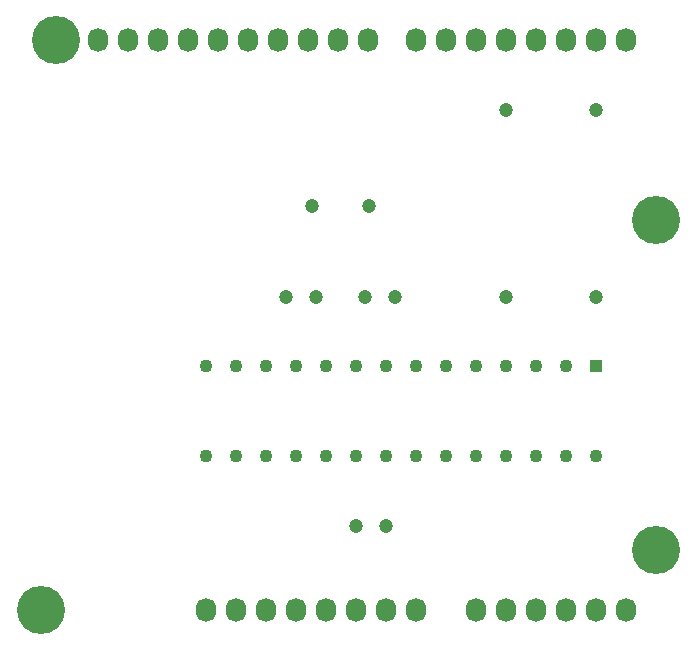
<source format=gbr>
%TF.GenerationSoftware,KiCad,Pcbnew,6.0.0-d3dd2cf0fa~116~ubuntu21.10.1*%
%TF.CreationDate,2022-01-02T17:21:39-05:00*%
%TF.ProjectId,ardustack-mcu,61726475-7374-4616-936b-2d6d63752e6b,rev?*%
%TF.SameCoordinates,Original*%
%TF.FileFunction,Soldermask,Top*%
%TF.FilePolarity,Negative*%
%FSLAX46Y46*%
G04 Gerber Fmt 4.6, Leading zero omitted, Abs format (unit mm)*
G04 Created by KiCad (PCBNEW 6.0.0-d3dd2cf0fa~116~ubuntu21.10.1) date 2022-01-02 17:21:39*
%MOMM*%
%LPD*%
G01*
G04 APERTURE LIST*
%ADD10O,1.727200X2.032000*%
%ADD11C,4.064000*%
%ADD12C,1.200000*%
%ADD13R,1.100000X1.100000*%
%ADD14C,1.100000*%
%ADD15C,1.205000*%
G04 APERTURE END LIST*
D10*
%TO.C,P1*%
X138938000Y-123825000D03*
X141478000Y-123825000D03*
X144018000Y-123825000D03*
X146558000Y-123825000D03*
X149098000Y-123825000D03*
X151638000Y-123825000D03*
X154178000Y-123825000D03*
X156718000Y-123825000D03*
%TD*%
%TO.C,P2*%
X161798000Y-123825000D03*
X164338000Y-123825000D03*
X166878000Y-123825000D03*
X169418000Y-123825000D03*
X171958000Y-123825000D03*
X174498000Y-123825000D03*
%TD*%
%TO.C,P3*%
X129794000Y-75565000D03*
X132334000Y-75565000D03*
X134874000Y-75565000D03*
X137414000Y-75565000D03*
X139954000Y-75565000D03*
X142494000Y-75565000D03*
X145034000Y-75565000D03*
X147574000Y-75565000D03*
X150114000Y-75565000D03*
X152654000Y-75565000D03*
%TD*%
%TO.C,P4*%
X156718000Y-75565000D03*
X159258000Y-75565000D03*
X161798000Y-75565000D03*
X164338000Y-75565000D03*
X166878000Y-75565000D03*
X169418000Y-75565000D03*
X171958000Y-75565000D03*
X174498000Y-75565000D03*
%TD*%
D11*
%TO.C,P5*%
X124968000Y-123825000D03*
%TD*%
%TO.C,P6*%
X177038000Y-118745000D03*
%TD*%
%TO.C,P7*%
X126238000Y-75565000D03*
%TD*%
%TO.C,P8*%
X177038000Y-90805000D03*
%TD*%
D12*
%TO.C,R1*%
X172010000Y-97400000D03*
X172010000Y-81500000D03*
%TD*%
%TO.C,R2*%
X164390000Y-97400000D03*
X164390000Y-81500000D03*
%TD*%
D13*
%TO.C,J1*%
X172010000Y-103190000D03*
D14*
X169470000Y-103190000D03*
X166930000Y-103190000D03*
X164390000Y-103190000D03*
X161850000Y-103190000D03*
X159310000Y-103190000D03*
X156770000Y-103190000D03*
X154230000Y-103190000D03*
X151690000Y-103190000D03*
X149150000Y-103190000D03*
X146610000Y-103190000D03*
X144070000Y-103190000D03*
X141530000Y-103190000D03*
X138990000Y-103190000D03*
X138990000Y-110810000D03*
X141530000Y-110810000D03*
X144070000Y-110810000D03*
X146610000Y-110810000D03*
X149150000Y-110810000D03*
X151690000Y-110810000D03*
X154230000Y-110810000D03*
X156770000Y-110810000D03*
X159310000Y-110810000D03*
X161850000Y-110810000D03*
X164390000Y-110810000D03*
X166930000Y-110810000D03*
X169470000Y-110810000D03*
X172010000Y-110810000D03*
%TD*%
D12*
%TO.C,C3*%
X148250000Y-97400000D03*
X145750000Y-97400000D03*
%TD*%
%TO.C,C2*%
X152450000Y-97400000D03*
X154950000Y-97400000D03*
%TD*%
D15*
%TO.C,Y1*%
X152790000Y-89700000D03*
X147910000Y-89700000D03*
%TD*%
D12*
%TO.C,C1*%
X151690000Y-116720000D03*
X154190000Y-116720000D03*
%TD*%
M02*

</source>
